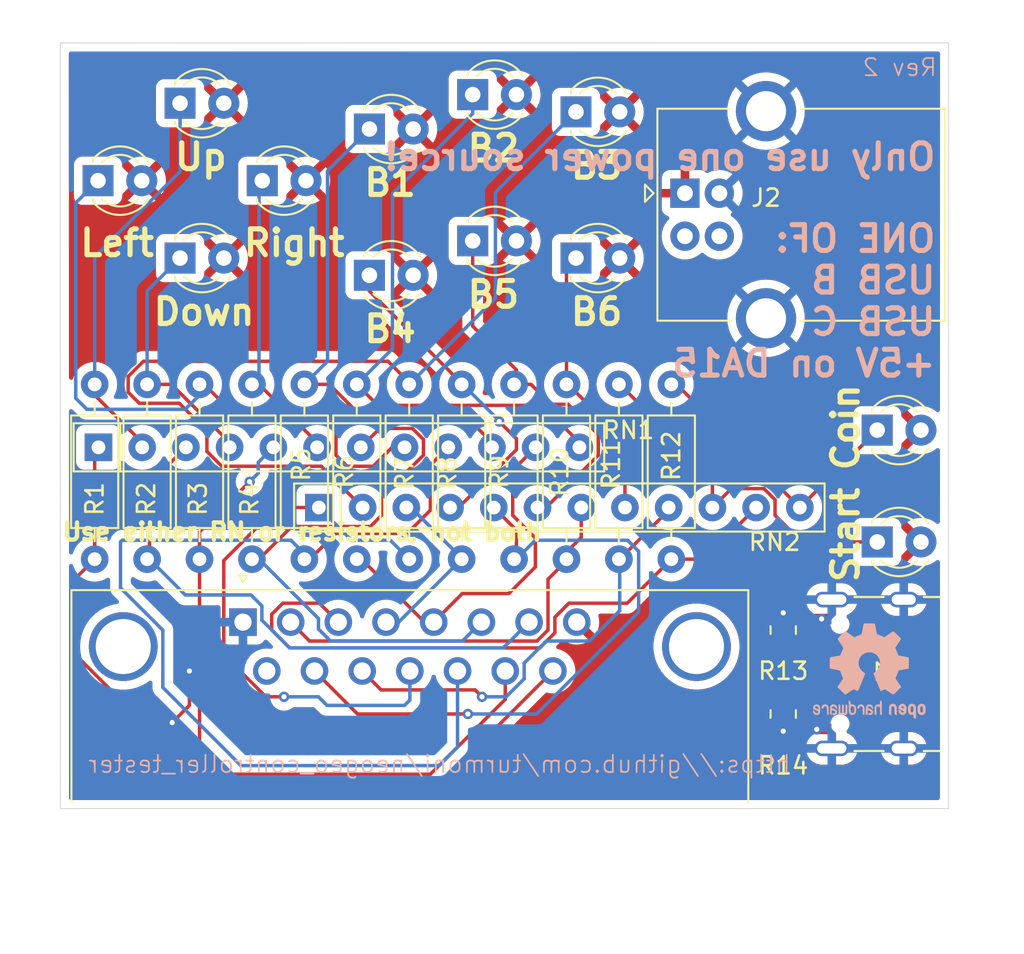
<source format=kicad_pcb>
(kicad_pcb (version 20240108) (generator "pcbnew") (generator_version "8.0")
  (layers (0 "F.Cu" signal) (31 "B.Cu" signal) (34 "B.Paste" user) (35 "F.Paste" user) (36 "B.SilkS" user "B.Silkscreen") (37 "F.SilkS" user "F.Silkscreen") (38 "B.Mask" user) (39 "F.Mask" user) (44 "Edge.Cuts" user))
  (net 0 "")
  (net 1 "VBUS")
  (net 2 "/Up LED")
  (net 3 "/Down LED")
  (net 4 "/Left LED")
  (net 5 "/Right LED")
  (net 6 "/Button 1 LED")
  (net 7 "/Button 2 LED")
  (net 8 "/Button 3 LED")
  (net 9 "/Button 4 LED")
  (net 10 "/Button 5 LED")
  (net 11 "/Button 6 LED")
  (net 12 "/Start LED")
  (net 13 "/Coin LED")
  (net 14 "/Coin")
  (net 15 "/Right")
  (net 16 "/Button 3")
  (net 17 "/Start")
  (net 18 "/Button 4")
  (net 19 "/Button 2")
  (net 20 "/Button 1")
  (net 21 "/Button 5")
  (net 22 "/Down")
  (net 23 "/Left")
  (net 24 "/Up")
  (net 25 "/Button 6")
  (net 26 "GND")
  (net 32 "Net-(J3-CC1)")
  (net 35 "Net-(J3-CC2)")
  (footprint "Resistor_THT:R_Axial_DIN0207_L6.3mm_D2.5mm_P10.16mm_Horizontal" (layer "F.Cu") (at 152.22727 100 90)
    (property "Reference" "R6" (at 5.08 -0.72727 90) (layer "F.SilkS"))
    (property "Value" "150R")
    (pad "1" thru_hole circle (at 0 0 90) (size 1.6 1.6) (drill 0.8) (layers "*.Cu" "*.Mask") (net 19 "/Button 2"))
    (pad "2" thru_hole oval (at 10.16 0 90) (size 1.6 1.6) (drill 0.8) (layers "*.Cu" "*.Mask") (net 7 "/Button 2 LED"))
  )
  (footprint "LED_THT:LED_D3.0mm" (layer "F.Cu") (at 146.735 78)
    (property "Reference" "D4")
    (property "Value" "LED")
    (pad "1" thru_hole rect (at 0 0) (size 1.8 1.8) (drill 0.9) (layers "*.Cu" "*.Mask") (net 5 "/Right LED"))
    (pad "2" thru_hole circle (at 2.54 0) (size 1.8 1.8) (drill 0.9) (layers "*.Cu" "*.Mask") (net 1 "VBUS"))
  )
  (footprint "LED_THT:LED_D3.0mm" (layer "F.Cu") (at 152.96 75)
    (property "Reference" "D5")
    (property "Value" "LED")
    (pad "1" thru_hole rect (at 0 0) (size 1.8 1.8) (drill 0.9) (layers "*.Cu" "*.Mask") (net 6 "/Button 1 LED"))
    (pad "2" thru_hole circle (at 2.54 0) (size 1.8 1.8) (drill 0.9) (layers "*.Cu" "*.Mask") (net 1 "VBUS"))
  )
  (footprint "Resistor_THT:R_Axial_DIN0207_L6.3mm_D2.5mm_P10.16mm_Horizontal" (layer "F.Cu") (at 161.363632 100 90)
    (property "Reference" "R9" (at 5.08 -0.863632 90) (layer "F.SilkS"))
    (property "Value" "150R")
    (pad "1" thru_hole circle (at 0 0 90) (size 1.6 1.6) (drill 0.8) (layers "*.Cu" "*.Mask") (net 21 "/Button 5"))
    (pad "2" thru_hole oval (at 10.16 0 90) (size 1.6 1.6) (drill 0.8) (layers "*.Cu" "*.Mask") (net 10 "/Button 5 LED"))
  )
  (footprint "Connector_Dsub:DSUB-15_Male_Horizontal_P2.77x2.84mm_EdgePinOffset7.70mm_Housed_MountingHolesOffset9.12mm" (layer "F.Cu") (at 145.615 103.66)
    (property "Reference" "J1" (hide yes))
    (property "Value" "DA15_Plug")
    (pad "0" thru_hole circle (at -6.955 1.42) (size 4 4) (drill 3.2) (layers "*.Cu" "*.Mask"))
    (pad "0" thru_hole circle (at 26.345 1.42) (size 4 4) (drill 3.2) (layers "*.Cu" "*.Mask"))
    (pad "1" thru_hole rect (at 0 0) (size 1.6 1.6) (drill 1) (layers "*.Cu" "*.Mask") (net 26 "GND"))
    (pad "2" thru_hole circle (at 2.77 0) (size 1.6 1.6) (drill 1) (layers "*.Cu" "*.Mask") (net 25 "/Button 6"))
    (pad "3" thru_hole circle (at 5.54 0) (size 1.6 1.6) (drill 1) (layers "*.Cu" "*.Mask") (net 14 "/Coin"))
    (pad "4" thru_hole circle (at 8.31 0) (size 1.6 1.6) (drill 1) (layers "*.Cu" "*.Mask") (net 18 "/Button 4"))
    (pad "5" thru_hole circle (at 11.08 0) (size 1.6 1.6) (drill 1) (layers "*.Cu" "*.Mask") (net 19 "/Button 2"))
    (pad "6" thru_hole circle (at 13.85 0) (size 1.6 1.6) (drill 1) (layers "*.Cu" "*.Mask") (net 15 "/Right"))
    (pad "7" thru_hole circle (at 16.62 0) (size 1.6 1.6) (drill 1) (layers "*.Cu" "*.Mask") (net 22 "/Down"))
    (pad "8" thru_hole circle (at 19.39 0) (size 1.6 1.6) (drill 1) (layers "*.Cu" "*.Mask") (net 1 "VBUS"))
    (pad "9" thru_hole circle (at 1.385 2.84) (size 1.6 1.6) (drill 1) (layers "*.Cu" "*.Mask"))
    (pad "10" thru_hole circle (at 4.155 2.84) (size 1.6 1.6) (drill 1) (layers "*.Cu" "*.Mask") (net 21 "/Button 5"))
    (pad "11" thru_hole circle (at 6.925 2.84) (size 1.6 1.6) (drill 1) (layers "*.Cu" "*.Mask") (net 17 "/Start"))
    (pad "12" thru_hole circle (at 9.695 2.84) (size 1.6 1.6) (drill 1) (layers "*.Cu" "*.Mask") (net 16 "/Button 3"))
    (pad "13" thru_hole circle (at 12.465 2.84) (size 1.6 1.6) (drill 1) (layers "*.Cu" "*.Mask") (net 20 "/Button 1"))
    (pad "14" thru_hole circle (at 15.235 2.84) (size 1.6 1.6) (drill 1) (layers "*.Cu" "*.Mask") (net 23 "/Left"))
    (pad "15" thru_hole circle (at 18.005 2.84) (size 1.6 1.6) (drill 1) (layers "*.Cu" "*.Mask") (net 24 "/Up"))
  )
  (footprint "LED_THT:LED_D3.0mm" (layer "F.Cu") (at 182.46 92.5)
    (property "Reference" "D12")
    (property "Value" "LED")
    (pad "1" thru_hole rect (at 0 0) (size 1.8 1.8) (drill 0.9) (layers "*.Cu" "*.Mask") (net 13 "/Coin LED"))
    (pad "2" thru_hole circle (at 2.54 0) (size 1.8 1.8) (drill 0.9) (layers "*.Cu" "*.Mask") (net 1 "VBUS"))
  )
  (footprint "Resistor_THT:R_Array_SIP12" (layer "F.Cu") (at 150.025 97)
    (property "Reference" "RN2" (at 26.475 2 0) (layer "F.SilkS"))
    (property "Value" "R_Pack06_SIP" (hide yes))
    (pad "1" thru_hole rect (at 0 0) (size 1.6 1.6) (drill 0.8) (layers "*.Cu" "*.Mask") (net 16 "/Button 3"))
    (pad "2" thru_hole oval (at 2.54 0) (size 1.6 1.6) (drill 0.8) (layers "*.Cu" "*.Mask") (net 8 "/Button 3 LED"))
    (pad "3" thru_hole oval (at 5.08 0) (size 1.6 1.6) (drill 0.8) (layers "*.Cu" "*.Mask") (net 18 "/Button 4"))
    (pad "4" thru_hole oval (at 7.62 0) (size 1.6 1.6) (drill 0.8) (layers "*.Cu" "*.Mask") (net 9 "/Button 4 LED"))
    (pad "5" thru_hole oval (at 10.16 0) (size 1.6 1.6) (drill 0.8) (layers "*.Cu" "*.Mask") (net 21 "/Button 5"))
    (pad "6" thru_hole oval (at 12.7 0) (size 1.6 1.6) (drill 0.8) (layers "*.Cu" "*.Mask") (net 10 "/Button 5 LED"))
    (pad "7" thru_hole oval (at 15.24 0) (size 1.6 1.6) (drill 0.8) (layers "*.Cu" "*.Mask") (net 25 "/Button 6"))
    (pad "8" thru_hole oval (at 17.78 0) (size 1.6 1.6) (drill 0.8) (layers "*.Cu" "*.Mask") (net 11 "/Button 6 LED"))
    (pad "9" thru_hole oval (at 20.32 0) (size 1.6 1.6) (drill 0.8) (layers "*.Cu" "*.Mask") (net 17 "/Start"))
    (pad "10" thru_hole oval (at 22.86 0) (size 1.6 1.6) (drill 0.8) (layers "*.Cu" "*.Mask") (net 12 "/Start LED"))
    (pad "11" thru_hole oval (at 25.4 0) (size 1.6 1.6) (drill 0.8) (layers "*.Cu" "*.Mask") (net 14 "/Coin"))
    (pad "12" thru_hole oval (at 27.94 0) (size 1.6 1.6) (drill 0.8) (layers "*.Cu" "*.Mask") (net 13 "/Coin LED"))
  )
  (footprint "Resistor_THT:R_Array_SIP12" (layer "F.Cu") (at 137.22 93.5)
    (property "Reference" "RN1" (at 30.78 -1 0) (layer "F.SilkS"))
    (property "Value" "R_Pack06_SIP")
    (pad "1" thru_hole rect (at 0 0) (size 1.6 1.6) (drill 0.8) (layers "*.Cu" "*.Mask") (net 24 "/Up"))
    (pad "2" thru_hole oval (at 2.54 0) (size 1.6 1.6) (drill 0.8) (layers "*.Cu" "*.Mask") (net 2 "/Up LED"))
    (pad "3" thru_hole oval (at 5.08 0) (size 1.6 1.6) (drill 0.8) (layers "*.Cu" "*.Mask") (net 22 "/Down"))
    (pad "4" thru_hole oval (at 7.62 0) (size 1.6 1.6) (drill 0.8) (layers "*.Cu" "*.Mask") (net 3 "/Down LED"))
    (pad "5" thru_hole oval (at 10.16 0) (size 1.6 1.6) (drill 0.8) (layers "*.Cu" "*.Mask") (net 23 "/Left"))
    (pad "6" thru_hole oval (at 12.7 0) (size 1.6 1.6) (drill 0.8) (layers "*.Cu" "*.Mask") (net 4 "/Left LED"))
    (pad "7" thru_hole oval (at 15.24 0) (size 1.6 1.6) (drill 0.8) (layers "*.Cu" "*.Mask") (net 15 "/Right"))
    (pad "8" thru_hole oval (at 17.78 0) (size 1.6 1.6) (drill 0.8) (layers "*.Cu" "*.Mask") (net 5 "/Right LED"))
    (pad "9" thru_hole oval (at 20.32 0) (size 1.6 1.6) (drill 0.8) (layers "*.Cu" "*.Mask") (net 20 "/Button 1"))
    (pad "10" thru_hole oval (at 22.86 0) (size 1.6 1.6) (drill 0.8) (layers "*.Cu" "*.Mask") (net 6 "/Button 1 LED"))
    (pad "11" thru_hole oval (at 25.4 0) (size 1.6 1.6) (drill 0.8) (layers "*.Cu" "*.Mask") (net 19 "/Button 2"))
    (pad "12" thru_hole oval (at 27.94 0) (size 1.6 1.6) (drill 0.8) (layers "*.Cu" "*.Mask") (net 7 "/Button 2 LED"))
  )
  (footprint "9pin2supergun:CUI_UJ20-C-H-C-4-SMT-TR" (layer "F.Cu") (at 182.99 106.675 90)
    (property "Reference" "J3" (at 0 0 90) (layer "F.SilkS"))
    (property "Value" "UJ20-C-H-C-4-SMT-TR")
    (pad "" np_thru_hole circle (at -2.89 -2.69 90) (size 0.6 0.6) (drill 0.6) (layers "*.Cu" "*.Mask"))
    (pad "" np_thru_hole circle (at 2.89 -2.69 90) (size 0.6 0.6) (drill 0.6) (layers "*.Cu" "*.Mask"))
    (pad "A1_B12" smd rect (at -3.2 -3.76 90) (size 0.6 1.14) (layers "F.Cu" "F.Paste") (net 26 "GND"))
    (pad "A4_B9" smd rect (at -2.4 -3.76 90) (size 0.6 1.14) (layers "F.Cu" "F.Paste") (net 1 "VBUS"))
    (pad "A5" smd rect (at -1.25 -3.76 90) (size 0.3 1.14) (layers "F.Cu" "F.Paste") (net 32 "Net-(J3-CC1)"))
    (pad "A6" smd rect (at -0.25 -3.76 90) (size 0.3 1.14) (layers "F.Cu" "F.Paste"))
    (pad "A7" smd rect (at 0.25 -3.76 90) (size 0.3 1.14) (layers "F.Cu" "F.Paste"))
    (pad "A8" smd rect (at 1.25 -3.76 90) (size 0.3 1.14) (layers "F.Cu" "F.Paste"))
    (pad "A9_B4" smd rect (at 2.4 -3.76 90) (size 0.6 1.14) (layers "F.Cu" "F.Paste") (net 1 "VBUS"))
    (pad "A12_B1" smd rect (at 3.2 -3.76 90) (size 0.6 1.14) (layers "F.Cu" "F.Paste") (net 26 "GND"))
    (pad "B5" smd rect (at 1.75 -3.76 90) (size 0.3 1.14) (layers "F.Cu" "F.Paste") (net 35 "Net-(J3-CC2)"))
    (pad "B6" smd rect (at 0.75 -3.76 90) (size 0.3 1.14) (layers "F.Cu" "F.Paste"))
    (pad "B7" smd rect (at -0.75 -3.76 90) (size 0.3 1.14) (layers "F.Cu" "F.Paste"))
    (pad "B8" smd rect (at -1.75 -3.76 90) (size 0.3 1.14) (layers "F.Cu" "F.Paste"))
    (pad "SH1" thru_hole oval (at -4.325 1.01 90) (size 0.9 1.7) (drill oval 0.6 1.4) (layers "*.Cu" "*.Mask") (net 26 "GND"))
    (pad "SH2" thru_hole oval (at 4.325 1.01 90) (size 0.9 1.7) (drill oval 0.6 1.4) (layers "*.Cu" "*.Mask") (net 26 "GND"))
    (pad "SH3" thru_hole oval (at -4.325 -3.17 90) (size 0.9 2) (drill oval 0.6 1.7) (layers "*.Cu" "*.Mask") (net 26 "GND"))
    (pad "SH4" thru_hole oval (at 4.325 -3.17 90) (size 0.9 2) (drill oval 0.6 1.7) (layers "*.Cu" "*.Mask") (net 26 "GND"))
  )
  (footprint "LED_THT:LED_D3.0mm" (layer "F.Cu") (at 158.96 73)
    (property "Reference" "D6")
    (property "Value" "LED")
    (pad "1" thru_hole rect (at 0 0) (size 1.8 1.8) (drill 0.9) (layers "*.Cu" "*.Mask") (net 7 "/Button 2 LED"))
    (pad "2" thru_hole circle (at 2.54 0) (size 1.8 1.8) (drill 0.9) (layers "*.Cu" "*.Mask") (net 1 "VBUS"))
  )
  (footprint "LED_THT:LED_D3.0mm" (layer "F.Cu") (at 164.96 82.5)
    (property "Reference" "D10")
    (property "Value" "LED")
    (pad "1" thru_hole rect (at 0 0) (size 1.8 1.8) (drill 0.9) (layers "*.Cu" "*.Mask") (net 11 "/Button 6 LED"))
    (pad "2" thru_hole circle (at 2.54 0) (size 1.8 1.8) (drill 0.9) (layers "*.Cu" "*.Mask") (net 1 "VBUS"))
  )
  (footprint "LED_THT:LED_D3.0mm" (layer "F.Cu") (at 152.96 83.5)
    (property "Reference" "D8")
    (property "Value" "LED")
    (pad "1" thru_hole rect (at 0 0) (size 1.8 1.8) (drill 0.9) (layers "*.Cu" "*.Mask") (net 9 "/Button 4 LED"))
    (pad "2" thru_hole circle (at 2.54 0) (size 1.8 1.8) (drill 0.9) (layers "*.Cu" "*.Mask") (net 1 "VBUS"))
  )
  (footprint "Resistor_THT:R_Axial_DIN0207_L6.3mm_D2.5mm_P10.16mm_Horizontal" (layer "F.Cu") (at 146.136362 100 90)
    (property "Reference" "R4" (at 3.5 -0.136362 90) (layer "F.SilkS"))
    (property "Value" "150R")
    (pad "1" thru_hole circle (at 0 0 90) (size 1.6 1.6) (drill 0.8) (layers "*.Cu" "*.Mask") (net 15 "/Right"))
    (pad "2" thru_hole oval (at 10.16 0 90) (size 1.6 1.6) (drill 0.8) (layers "*.Cu" "*.Mask") (net 5 "/Right LED"))
  )
  (footprint "Resistor_THT:R_Axial_DIN0207_L6.3mm_D2.5mm_P10.16mm_Horizontal" (layer "F.Cu") (at 164.409086 100 90)
    (property "Reference" "R10" (at 5.08 -0.409086 90) (layer "F.SilkS"))
    (property "Value" "150R")
    (pad "1" thru_hole circle (at 0 0 90) (size 1.6 1.6) (drill 0.8) (layers "*.Cu" "*.Mask") (net 25 "/Button 6"))
    (pad "2" thru_hole oval (at 10.16 0 90) (size 1.6 1.6) (drill 0.8) (layers "*.Cu" "*.Mask") (net 11 "/Button 6 LED"))
  )
  (footprint "LED_THT:LED_D3.0mm" (layer "F.Cu") (at 141.96 73.5)
    (property "Reference" "D1")
    (property "Value" "LED")
    (pad "1" thru_hole rect (at 0 0) (size 1.8 1.8) (drill 0.9) (layers "*.Cu" "*.Mask") (net 2 "/Up LED"))
    (pad "2" thru_hole circle (at 2.54 0) (size 1.8 1.8) (drill 0.9) (layers "*.Cu" "*.Mask") (net 1 "VBUS"))
  )
  (footprint "Resistor_THT:R_Axial_DIN0207_L6.3mm_D2.5mm_P10.16mm_Horizontal" (layer "F.Cu") (at 167.45454 100 90)
    (property "Reference" "R11" (at 5.5 -0.45454 90) (layer "F.SilkS"))
    (property "Value" "150R")
    (pad "1" thru_hole circle (at 0 0 90) (size 1.6 1.6) (drill 0.8) (layers "*.Cu" "*.Mask") (net 17 "/Start"))
    (pad "2" thru_hole oval (at 10.16 0 90) (size 1.6 1.6) (drill 0.8) (layers "*.Cu" "*.Mask") (net 12 "/Start LED"))
  )
  (footprint "Resistor_THT:R_Axial_DIN0207_L6.3mm_D2.5mm_P10.16mm_Horizontal" (layer "F.Cu") (at 170.499994 100 90)
    (property "Reference" "R12" (at 6 0.000006 90) (layer "F.SilkS"))
    (property "Value" "150R")
    (pad "1" thru_hole circle (at 0 0 90) (size 1.6 1.6) (drill 0.8) (layers "*.Cu" "*.Mask") (net 14 "/Coin"))
    (pad "2" thru_hole oval (at 10.16 0 90) (size 1.6 1.6) (drill 0.8) (layers "*.Cu" "*.Mask") (net 13 "/Coin LED"))
  )
  (footprint "Resistor_SMD:R_0805_2012Metric_Pad1.20x1.40mm_HandSolder" (layer "F.Cu") (at 177 109 -90)
    (property "Reference" "R14" (at 3 0 180) (layer "F.SilkS"))
    (property "Value" "5.1k")
    (pad "1" smd roundrect (at -1 0 270) (size 1.2 1.4) (layers "F.Cu" "F.Paste" "F.Mask") (roundrect_rratio 0.208333) (net 32 "Net-(J3-CC1)"))
    (pad "2" smd roundrect (at 1 0 270) (size 1.2 1.4) (layers "F.Cu" "F.Paste" "F.Mask") (roundrect_rratio 0.208333) (net 26 "GND"))
  )
  (footprint "LED_THT:LED_D3.0mm" (layer "F.Cu") (at 182.46 99)
    (property "Reference" "D11")
    (property "Value" "LED")
    (pad "1" thru_hole rect (at 0 0) (size 1.8 1.8) (drill 0.9) (layers "*.Cu" "*.Mask") (net 12 "/Start LED"))
    (pad "2" thru_hole circle (at 2.54 0) (size 1.8 1.8) (drill 0.9) (layers "*.Cu" "*.Mask") (net 1 "VBUS"))
  )
  (footprint "Resistor_THT:R_Axial_DIN0207_L6.3mm_D2.5mm_P10.16mm_Horizontal" (layer "F.Cu") (at 149.181816 100 90)
    (property "Reference" "R5" (at 5.5 -0.181816 90) (layer "F.SilkS"))
    (property "Value" "150R")
    (pad "1" thru_hole circle (at 0 0 90) (size 1.6 1.6) (drill 0.8) (layers "*.Cu" "*.Mask") (net 20 "/Button 1"))
    (pad "2" thru_hole oval (at 10.16 0 90) (size 1.6 1.6) (drill 0.8) (layers "*.Cu" "*.Mask") (net 6 "/Button 1 LED"))
  )
  (footprint "Resistor_SMD:R_0805_2012Metric_Pad1.20x1.40mm_HandSolder" (layer "F.Cu") (at 177 104.12 -90)
    (property "Reference" "R13" (at 2.38 0 180) (layer "F.SilkS"))
    (property "Value" "5.1k")
    (pad "1" smd roundrect (at -1 0 270) (size 1.2 1.4) (layers "F.Cu" "F.Paste" "F.Mask") (roundrect_rratio 0.208333) (net 26 "GND"))
    (pad "2" smd roundrect (at 1 0 270) (size 1.2 1.4) (layers "F.Cu" "F.Paste" "F.Mask") (roundrect_rratio 0.208333) (net 35 "Net-(J3-CC2)"))
  )
  (footprint "LED_THT:LED_D3.0mm" (layer "F.Cu") (at 141.96 82.5)
    (property "Reference" "D2")
    (property "Value" "LED")
    (pad "1" thru_hole rect (at 0 0) (size 1.8 1.8) (drill 0.9) (layers "*.Cu" "*.Mask") (net 3 "/Down LED"))
    (pad "2" thru_hole circle (at 2.54 0) (size 1.8 1.8) (drill 0.9) (layers "*.Cu" "*.Mask") (net 1 "VBUS"))
  )
  (footprint "Resistor_THT:R_Axial_DIN0207_L6.3mm_D2.5mm_P10.16mm_Horizontal" (layer "F.Cu") (at 140.045454 100 90)
    (property "Reference" "R2" (at 3.5 -0.045454 90) (layer "F.SilkS"))
    (property "Value" "150R")
    (pad "1" thru_hole circle (at 0 0 90) (size 1.6 1.6) (drill 0.8) (layers "*.Cu" "*.Mask") (net 22 "/Down"))
    (pad "2" thru_hole oval (at 10.16 0 90) (size 1.6 1.6) (drill 0.8) (layers "*.Cu" "*.Mask") (net 3 "/Down LED"))
  )
  (footprint "Resistor_THT:R_Axial_DIN0207_L6.3mm_D2.5mm_P10.16mm_Horizontal" (layer "F.Cu") (at 143.090908 100 90)
    (property "Reference" "R3" (at 3.5 -0.090908 90) (layer "F.SilkS"))
    (property "Value" "150R")
    (pad "1" thru_hole circle (at 0 0 90) (size 1.6 1.6) (drill 0.8) (layers "*.Cu" "*.Mask") (net 23 "/Left"))
    (pad "2" thru_hole oval (at 10.16 0 90) (size 1.6 1.6) (drill 0.8) (layers "*.Cu" "*.Mask") (net 4 "/Left LED"))
  )
  (footprint "Resistor_THT:R_Axial_DIN0207_L6.3mm_D2.5mm_P10.16mm_Horizontal" (layer "F.Cu") (at 155.272724 100 90)
    (property "Reference" "R7" (at 5 -0.272724 90) (layer "F.SilkS"))
    (property "Value" "150R")
    (pad "1" thru_hole circle (at 0 0 90) (size 1.6 1.6) (drill 0.8) (layers "*.Cu" "*.Mask") (net 16 "/Button 3"))
    (pad "2" thru_hole oval (at 10.16 0 90) (size 1.6 1.6) (drill 0.8) (layers "*.Cu" "*.Mask") (net 8 "/Button 3 LED"))
  )
  (footprint "LED_THT:LED_D3.0mm" (layer "F.Cu") (at 164.96 74)
    (property "Reference" "D7")
    (property "Value" "LED")
    (pad "1" thru_hole rect (at 0 0) (size 1.8 1.8) (drill 0.9) (layers "*.Cu" "*.Mask") (net 8 "/Button 3 LED"))
    (pad "2" thru_hole circle (at 2.54 0) (size 1.8 1.8) (drill 0.9) (layers "*.Cu" "*.Mask") (net 1 "VBUS"))
  )
  (footprint "Connector_USB:USB_B_OST_USB-B1HSxx_Horizontal" (layer "F.Cu") (at 171.29 78.73)
    (property "Reference" "J2" (at 4.71 0.27 0) (layer "F.SilkS"))
    (property "Value" "USB_B")
    (pad "1" thru_hole rect (at 0 0) (size 1.7 1.7) (drill 0.92) (layers "*.Cu" "*.Mask") (net 1 "VBUS"))
    (pad "2" thru_hole circle (at 0 2.5) (size 1.7 1.7) (drill 0.92) (layers "*.Cu" "*.Mask"))
    (pad "3" thru_hole circle (at 2 2.5) (size 1.7 1.7) (drill 0.92) (layers "*.Cu" "*.Mask"))
    (pad "4" thru_hole circle (at 2 0) (size 1.7 1.7) (drill 0.92) (layers "*.Cu" "*.Mask") (net 26 "GND"))
    (pad "5" thru_hole circle (at 4.71 -4.77) (size 3.5 3.5) (drill 2.33) (layers "*.Cu" "*.Mask") (net 26 "GND"))
    (pad "5" thru_hole circle (at 4.71 7.27) (size 3.5 3.5) (drill 2.33) (layers "*.Cu" "*.Mask") (net 26 "GND"))
  )
  (footprint "Resistor_THT:R_Axial_DIN0207_L6.3mm_D2.5mm_P10.16mm_Horizontal" (layer "F.Cu") (at 137 100 90)
    (property "Reference" "R1" (at 3.5 0 90) (layer "F.SilkS"))
    (property "Value" "150R")
    (pad "1" thru_hole circle (at 0 0 90) (size 1.6 1.6) (drill 0.8) (layers "*.Cu" "*.Mask") (net 24 "/Up"))
    (pad "2" thru_hole oval (at 10.16 0 90) (size 1.6 1.6) (drill 0.8) (layers "*.Cu" "*.Mask") (net 2 "/Up LED"))
  )
  (footprint "LED_THT:LED_D3.0mm" (layer "F.Cu") (at 137.195 78)
    (property "Reference" "D3")
    (property "Value" "LED")
    (pad "1" thru_hole rect (at 0 0) (size 1.8 1.8) (drill 0.9) (layers "*.Cu" "*.Mask") (net 4 "/Left LED"))
    (pad "2" thru_hole circle (at 2.54 0) (size 1.8 1.8) (drill 0.9) (layers "*.Cu" "*.Mask") (net 1 "VBUS"))
  )
  (footprint "Resistor_THT:R_Axial_DIN0207_L6.3mm_D2.5mm_P10.16mm_Horizontal" (layer "F.Cu") (at 158.318178 100 90)
    (property "Reference" "R8" (at 5 -0.818178 90) (layer "F.SilkS"))
    (property "Value" "150R")
    (pad "1" thru_hole circle (at 0 0 90) (size 1.6 1.6) (drill 0.8) (layers "*.Cu" "*.Mask") (net 18 "/Button 4"))
    (pad "2" thru_hole oval (at 10.16 0 90) (size 1.6 1.6) (drill 0.8) (layers "*.Cu" "*.Mask") (net 9 "/Button 4 LED"))
  )
  (footprint "LED_THT:LED_D3.0mm" (layer "F.Cu") (at 158.96 81.5)
    (property "Reference" "D9")
    (property "Value" "LED")
    (pad "1" thru_hole rect (at 0 0) (size 1.8 1.8) (drill 0.9) (layers "*.Cu" "*.Mask") (net 10 "/Button 5 LED"))
    (pad "2" thru_hole circle (at 2.54 0) (size 1.8 1.8) (drill 0.9) (layers "*.Cu" "*.Mask") (net 1 "VBUS"))
  )
  (footprint "Symbol:OSHW-Logo2_7.3x6mm_SilkScreen" (layer "B.Cu") (at 182 106.5 180)
    (property "Reference" "REF**" (hide yes))
    (property "Value" "OSHW-Logo2_7.3x6mm_SilkScreen" (hide yes))
  )
  (gr_line (start 135 70) (end 135.01 114.5) (stroke (width 0.05)) (layer "Edge.Cuts"))
  (gr_line (start 186.6 101.88) (end 186.61 69.99) (stroke (width 0.05)) (layer "Edge.Cuts"))
  (gr_line (start 186.6 111.12) (end 186.6 114.5) (stroke (width 0.05)) (layer "Edge.Cuts"))
  (gr_line (start 135.01 114.5) (end 186.6 114.5) (stroke (width 0.05)) (layer "Edge.Cuts"))
  (gr_line (start 186.6 101.88) (end 186.6 111.12) (stroke (width 0.05)) (layer "Edge.Cuts"))
  (gr_line (start 186.61 69.99) (end 135 70) (stroke (width 0.05)) (layer "Edge.Cuts"))
  (gr_text "ONE OF:\nUSB B\nUSB C\n+5V on DA15" (at 186 89.5 0) (layer "B.SilkS") (effects (font (size 1.5 1.5) (thickness 0.3) (bold yes)) (justify left bottom mirror)))
  (gr_text "Rev 2" (at 186 72 0) (layer "B.SilkS") (effects (font (size 1 1) (thickness 0.1)) (justify left bottom mirror)))
  (gr_text "Only use one power source!" (at 186 77.5 0) (layer "B.SilkS") (effects (font (size 1.5 1.5) (thickness 0.3) (bold yes)) (justify left bottom mirror)))
  (gr_text "https://github.com/turmoni/neogeo_controller_tester" (at 177.5 112.5 0) (layer "B.SilkS") (effects (font (size 1 1) (thickness 0.1)) (justify left bottom mirror)))
  (gr_text "Start" (at 181.5 101.5 90) (layer "F.SilkS") (effects (font (size 1.5 1.5) (thickness 0.3) (bold yes)) (justify left bottom)))
  (gr_text "B3" (at 164.5 78 0) (layer "F.SilkS") (effects (font (size 1.5 1.5) (thickness 0.3) (bold yes)) (justify left bottom)))
  (gr_text "B5" (at 158.5 85.5 0) (layer "F.SilkS") (effects (font (size 1.5 1.5) (thickness 0.3) (bold yes)) (justify left bottom)))
  (gr_text "Right" (at 145.5 82.5 0) (layer "F.SilkS") (effects (font (size 1.5 1.5) (thickness 0.3) (bold yes)) (justify left bottom)))
  (gr_text "Up" (at 141.505 77.5 0) (layer "F.SilkS") (effects (font (size 1.5 1.5) (thickness 0.3) (bold yes)) (justify left bottom)))
  (gr_text "Left" (at 136 82.5 0) (layer "F.SilkS") (effects (font (size 1.5 1.5) (thickness 0.3) (bold yes)) (justify left bottom)))
  (gr_text "Down" (at 140.265 86.5 0) (layer "F.SilkS") (effects (font (size 1.5 1.5) (thickness 0.3) (bold yes)) (justify left bottom)))
  (gr_text "B4" (at 152.5 87.5 0) (layer "F.SilkS") (effects (font (size 1.5 1.5) (thickness 0.3) (bold yes)) (justify left bottom)))
  (gr_text "Use either RN or resistors, not both" (at 135 99 0) (layer "F.SilkS") (effects (font (size 1 1) (thickness 0.25) (bold yes)) (justify left bottom)))
  (gr_text "B2" (at 158.5 77 0) (layer "F.SilkS") (effects (font (size 1.5 1.5) (thickness 0.3) (bold yes)) (justify left bottom)))
  (gr_text "Coin" (at 181.5 95 90) (layer "F.SilkS") (effects (font (size 1.5 1.5) (thickness 0.3) (bold yes)) (justify left bottom)))
  (gr_text "B1" (at 152.5 79 0) (layer "F.SilkS") (effects (font (size 1.5 1.5) (thickness 0.3) (bold yes)) (justify left bottom)))
  (gr_text "B6" (at 164.5 86.5 0) (layer "F.SilkS") (effects (font (size 1.5 1.5) (thickness 0.3) (bold yes)) (justify left bottom)))
  (segment (start 179.23 109.075) (end 179.43 108.875) (width 0.2) (layer "F.Cu") (net 1))
  (segment (start 180.625 108.875) (end 181 108.5) (width 0.2) (layer "F.Cu") (net 1))
  (segment (start 179.775 104.275) (end 180 104.5) (width 0.2) (layer "F.Cu") (net 1))
  (segment (start 181 108.5) (end 182.5 108.5) (width 0.2) (layer "F.Cu") (net 1))
  (segment (start 179.43 108.875) (end 180.625 108.875) (width 0.2) (layer "F.Cu") (net 1))
  (segment (start 179.23 104.275) (end 179.775 104.275) (width 0.2) (layer "F.Cu") (net 1))
  (segment (start 180 104.5) (end 182.5 104.5) (width 0.2) (layer "F.Cu") (net 1))
  (segment (start 139.54 93) (end 137 90.46) (width 0.2) (layer "F.Cu") (net 2))
  (segment (start 137 90.46) (end 137 89.84) (width 0.2) (layer "F.Cu") (net 2))
  (segment (start 141.96 77.472057) (end 141.96 73.5) (width 0.2) (layer "B.Cu") (net 2))
  (segment (start 137 90.19) (end 137 82.432057) (width 0.2) (layer "B.Cu") (net 2))
  (segment (start 137 82.432057) (end 141.96 77.472057) (width 0.2) (layer "B.Cu") (net 2))
  (segment (start 144.62 93) (end 141.46 89.84) (width 0.2) (layer "F.Cu") (net 3))
  (segment (start 141.46 89.84) (end 140.181817 89.84) (width 0.2) (layer "F.Cu") (net 3))
  (segment (start 140.045454 84.414546) (end 141.96 82.5) (width 0.2) (layer "B.Cu") (net 3))
  (segment (start 140.181817 90.19) (end 140.045454 90.053637) (width 0.2) (layer "B.Cu") (net 3))
  (segment (start 140.045454 90.053637) (end 140.045454 84.414546) (width 0.2) (layer "B.Cu") (net 3))
  (segment (start 145.423634 91.9) (end 143.363634 89.84) (width 0.2) (layer "F.Cu") (net 4))
  (segment (start 148.6 91.9) (end 145.423634 91.9) (width 0.2) (layer "F.Cu") (net 4))
  (segment (start 149.7 93) (end 148.6 91.9) (width 0.2) (layer "F.Cu") (net 4))
  (segment (start 135.9 90.645635) (end 135.9 79.295) (width 0.2) (layer "B.Cu") (net 4))
  (segment (start 135.9 79.295) (end 137.195 78) (width 0.2) (layer "B.Cu") (net 4))
  (segment (start 143.363634 90.19) (end 142.263634 91.29) (width 0.2) (layer "B.Cu") (net 4))
  (segment (start 142.263634 91.29) (end 136.544365 91.29) (width 0.2) (layer "B.Cu") (net 4))
  (segment (start 136.544365 91.29) (end 135.9 90.645635) (width 0.2) (layer "B.Cu") (net 4))
  (segment (start 150 91.5) (end 148.205451 91.5) (width 0.2) (layer "F.Cu") (net 5))
  (segment (start 151.664365 94.6) (end 151.02 93.955635) (width 0.2) (layer "F.Cu") (net 5))
  (segment (start 153.18 94.6) (end 151.664365 94.6) (width 0.2) (layer "F.Cu") (net 5))
  (segment (start 154.78 93) (end 153.18 94.6) (width 0.2) (layer "F.Cu") (net 5))
  (segment (start 151.02 92.52) (end 150 91.5) (width 0.2) (layer "F.Cu") (net 5))
  (segment (start 148.205451 91.5) (end 146.545451 89.84) (width 0.2) (layer "F.Cu") (net 5))
  (segment (start 151.02 93.955635) (end 151.02 92.52) (width 0.2) (layer "F.Cu") (net 5))
  (segment (start 146.545451 78.189549) (end 146.735 78) (width 0.2) (layer "B.Cu") (net 5))
  (segment (start 146.545451 90.19) (end 146.545451 78.189549) (width 0.2) (layer "B.Cu") (net 5))
  (segment (start 158.76 91.9) (end 152.69137 91.9) (width 0.2) (layer "F.Cu") (net 6))
  (segment (start 152.69137 91.9) (end 150.63137 89.84) (width 0.2) (layer "F.Cu") (net 6))
  (segment (start 150.63137 89.84) (end 149.5 89.84) (width 0.2) (layer "F.Cu") (net 6))
  (segment (start 159.86 93) (end 158.76 91.9) (width 0.2) (layer "F.Cu") (net 6))
  (segment (start 149.727268 90.19) (end 149.727268 89.294548) (width 0.2) (layer "B.Cu") (net 6))
  (segment (start 150.527267 77.432733) (end 152.96 75) (width 0.2) (layer "B.Cu") (net 6))
  (segment (start 150.527267 88.494549) (end 150.527267 77.432733) (width 0.2) (layer "B.Cu") (net 6))
  (segment (start 149.727268 89.294548) (end 150.527267 88.494549) (width 0.2) (layer "B.Cu") (net 6))
  (segment (start 163 91.06) (end 153.44727 91.06) (width 0.2) (layer "F.Cu") (net 7))
  (segment (start 164.94 93) (end 163 91.06) (width 0.2) (layer "F.Cu") (net 7))
  (segment (start 152.5 90.11273) (end 152.5 89.84) (width 0.2) (layer "F.Cu") (net 7))
  (segment (start 153.44727 91.06) (end 152.5 90.11273) (width 0.2) (layer "F.Cu") (net 7))
  (segment (start 154.3 78.76) (end 158.96 74.1) (width 0.2) (layer "B.Cu") (net 7))
  (segment (start 154.3 87.76727) (end 154.3 78.76) (width 0.2) (layer "B.Cu") (net 7))
  (segment (start 152.22727 89.84) (end 154.3 87.76727) (width 0.2) (layer "B.Cu") (net 7))
  (segment (start 158.96 74.1) (end 158.96 73) (width 0.2) (layer "B.Cu") (net 7))
  (segment (start 138.945454 89.384365) (end 139.829819 88.5) (width 0.2) (layer "F.Cu") (net 8))
  (segment (start 154.04 88.5) (end 155.5 89.96) (width 0.2) (layer "F.Cu") (net 8))
  (segment (start 139.589819 90.94) (end 138.945454 90.295635) (width 0.2) (layer "F.Cu") (net 8))
  (segment (start 138.945454 90.295635) (end 138.945454 89.384365) (width 0.2) (layer "F.Cu") (net 8))
  (segment (start 144.384365 94.6) (end 143.52 93.735635) (width 0.2) (layer "F.Cu") (net 8))
  (segment (start 143.52 93.735635) (end 143.52 92.544365) (width 0.2) (layer "F.Cu") (net 8))
  (segment (start 139.829819 88.5) (end 154.04 88.5) (width 0.2) (layer "F.Cu") (net 8))
  (segment (start 152.565 97) (end 150.165 94.6) (width 0.2) (layer "F.Cu") (net 8))
  (segment (start 143.52 92.544365) (end 141.915635 90.94) (width 0.2) (layer "F.Cu") (net 8))
  (segment (start 141.915635 90.94) (end 139.589819 90.94) (width 0.2) (layer "F.Cu") (net 8))
  (segment (start 150.165 94.6) (end 144.384365 94.6) (width 0.2) (layer "F.Cu") (net 8))
  (segment (start 160.28 78.68) (end 164.96 74) (width 0.2) (layer "B.Cu") (net 8))
  (segment (start 155.506813 89.605911) (end 160.28 84.832724) (width 0.2) (layer "B.Cu") (net 8))
  (segment (start 160.28 84.832724) (end 160.28 78.68) (width 0.2) (layer "B.Cu") (net 8))
  (segment (start 161.5 93) (end 160.5 92) (width 0.2) (layer "F.Cu") (net 9))
  (segment (start 158.135635 97) (end 161.5 93.635635) (width 0.2) (layer "F.Cu") (net 9))
  (segment (start 158.5 89.96) (end 152.96 84.42) (width 0.2) (layer "F.Cu") (net 9))
  (segment (start 161.5 93.635635) (end 161.5 93) (width 0.2) (layer "F.Cu") (net 9))
  (segment (start 152.96 84.42) (end 152.96 83.5) (width 0.2) (layer "F.Cu") (net 9))
  (segment (start 157.645 97) (end 158.135635 97) (width 0.2) (layer "F.Cu") (net 9))
  (via (at 160.5 92) (size 0.6) (drill 0.3) (layers "F.Cu" "B.Cu") (net 9))
  (segment (start 160.5 91.96) (end 158.5 89.96) (width 0.2) (layer "B.Cu") (net 9))
  (segment (start 160.5 92) (end 160.5 91.96) (width 0.2) (layer "B.Cu") (net 9))
  (segment (start 161.5 89) (end 158.96 86.46) (width 0.2) (layer "F.Cu") (net 10))
  (segment (start 162.345686 89.84) (end 161.5 89.84) (width 0.2) (layer "F.Cu") (net 10))
  (segment (start 163.215635 97) (end 166.26 93.955635) (width 0.2) (layer "F.Cu") (net 10))
  (segment (start 164.497157 90.997157) (end 163.502843 90.997157) (width 0.2) (layer "F.Cu") (net 10))
  (segment (start 162.725 97) (end 163.215635 97) (width 0.2) (layer "F.Cu") (net 10))
  (segment (start 166.26 93.955635) (end 166.26 92.76) (width 0.2) (layer "F.Cu") (net 10))
  (segment (start 158.96 86.46) (end 158.96 81.5) (width 0.2) (layer "F.Cu") (net 10))
  (segment (start 163.502843 90.997157) (end 162.345686 89.84) (width 0.2) (layer "F.Cu") (net 10))
  (segment (start 161.5 89.84) (end 161.5 89) (width 0.2) (layer "F.Cu") (net 10))
  (segment (start 166.26 92.76) (end 164.497157 90.997157) (width 0.2) (layer "F.Cu") (net 10))
  (segment (start 164.96 82.5) (end 164.409086 83.050914) (width 0.2) (layer "F.Cu") (net 11))
  (segment (start 164.409086 89.749086) (end 167.805 93.145) (width 0.2) (layer "F.Cu") (net 11))
  (segment (start 164.409086 83.050914) (end 164.409086 89.749086) (width 0.2) (layer "F.Cu") (net 11))
  (segment (start 167.805 93.145) (end 167.805 97) (width 0.2) (layer "F.Cu") (net 11))
  (segment (start 178.069365 99) (end 176.525 97.455635) (width 0.2) (layer "F.Cu") (net 12))
  (segment (start 182.46 99) (end 178.069365 99) (width 0.2) (layer "F.Cu") (net 12))
  (segment (start 172.885 95.225) (end 167.5 89.84) (width 0.2) (layer "F.Cu") (net 12))
  (segment (start 172.885 97) (end 172.885 95.225) (width 0.2) (layer "F.Cu") (net 12))
  (segment (start 175.880635 95.9) (end 173.985 95.9) (width 0.2) (layer "F.Cu") (net 12))
  (segment (start 176.525 97.455635) (end 176.525 96.544365) (width 0.2) (layer "F.Cu") (net 12))
  (segment (start 176.525 96.544365) (end 175.880635 95.9) (width 0.2) (layer "F.Cu") (net 12))
  (segment (start 173.985 95.9) (end 172.885 97) (width 0.2) (layer "F.Cu") (net 12))
  (segment (start 182.46 92.505) (end 177.965 97) (width 0.2) (layer "F.Cu") (net 13))
  (segment (start 177.965 97) (end 170.805 89.84) (width 0.2) (layer "F.Cu") (net 13))
  (segment (start 182.46 92.5) (end 182.46 92.505) (width 0.2) (layer "F.Cu") (net 13))
  (segment (start 170.805 89.84) (end 170.5 89.84) (width 0.2) (layer "F.Cu") (net 13))
  (segment (start 151.155 103.66) (end 150.055 102.56) (width 0.2) (layer "F.Cu") (net 14))
  (segment (start 163.735 103.374365) (end 164.549365 102.56) (width 0.2) (layer "F.Cu") (net 14))
  (segment (start 162.856321 105.16) (end 163.735 104.281321) (width 0.2) (layer "F.Cu") (net 14))
  (segment (start 163.735 104.281321) (end 163.735 103.374365) (width 0.2) (layer "F.Cu") (net 14))
  (segment (start 172.425 100) (end 175.425 97) (width 0.2) (layer "F.Cu") (net 14))
  (segment (start 147.929365 102.56) (end 147.285 103.204365) (width 0.2) (layer "F.Cu") (net 14))
  (segment (start 150.055 102.56) (end 147.929365 102.56) (width 0.2) (layer "F.Cu") (net 14))
  (segment (start 164.549365 102.56) (end 167.94 102.56) (width 0.2) (layer "F.Cu") (net 14))
  (segment (start 167.94 102.56) (end 170.5 100) (width 0.2) (layer "F.Cu") (net 14))
  (segment (start 148.329365 105.16) (end 162.856321 105.16) (width 0.2) (layer "F.Cu") (net 14))
  (segment (start 147.285 104.115635) (end 148.329365 105.16) (width 0.2) (layer "F.Cu") (net 14))
  (segment (start 147.285 103.204365) (end 147.285 104.115635) (width 0.2) (layer "F.Cu") (net 14))
  (segment (start 170.5 100) (end 172.425 100) (width 0.2) (layer "F.Cu") (net 14))
  (segment (start 155.455635 92.4) (end 153.56 92.4) (width 0.2) (layer "F.Cu") (net 15))
  (segment (start 156.1 93.044365) (end 155.455635 92.4) (width 0.2) (layer "F.Cu") (net 15))
  (segment (start 153.020635 98.1) (end 153.665 97.455635) (width 0.2) (layer "F.Cu") (net 15))
  (segment (start 148.445451 98.1) (end 153.020635 98.1) (width 0.2) (layer "F.Cu") (net 15))
  (segment (start 156.1 93.955635) (end 156.1 93.044365) (width 0.2) (layer "F.Cu") (net 15))
  (segment (start 153.56 92.4) (end 152.46 93.5) (width 0.2) (layer "F.Cu") (net 15))
  (segment (start 153.665 97.455635) (end 153.665 96.390635) (width 0.2) (layer "F.Cu") (net 15))
  (segment (start 146.545451 100) (end 148.445451 98.1) (width 0.2) (layer "F.Cu") (net 15))
  (segment (start 153.665 96.390635) (end 156.1 93.955635) (width 0.2) (layer "F.Cu") (net 15))
  (segment (start 159.465 103.66) (end 158.365 104.76) (width 0.2) (layer "B.Cu") (net 15))
  (segment (start 158.365 104.76) (end 150.699365 104.76) (width 0.2) (layer "B.Cu") (net 15))
  (segment (start 150.699365 104.76) (end 150 104.060635) (width 0.2) (layer "B.Cu") (net 15))
  (segment (start 150 103.454549) (end 146.545451 100) (width 0.2) (layer "B.Cu") (net 15))
  (segment (start 150 104.060635) (end 150 103.454549) (width 0.2) (layer "B.Cu") (net 15))
  (segment (start 144.5 100.080727) (end 147.580727 97) (width 0.2) (layer "F.Cu") (net 16))
  (segment (start 147.580727 97) (end 150.025 97) (width 0.2) (layer "F.Cu") (net 16))
  (segment (start 144.5 105.555635) (end 144.5 100.080727) (width 0.2) (layer "F.Cu") (net 16))
  (segment (start 148 108) (end 146.944365 108) (width 0.2) (layer "F.Cu") (net 16))
  (segment (start 146.944365 108) (end 144.5 105.555635) (width 0.2) (layer "F.Cu") (net 16))
  (via (at 148 108) (size 0.6) (drill 0.3) (layers "F.Cu" "B.Cu") (net 16))
  (segment (start 150.5 108.5) (end 155 108.5) (width 0.2) (layer "B.Cu") (net 16))
  (segment (start 155 108.5) (end 155.31 108.19) (width 0.2) (layer "B.Cu") (net 16))
  (segment (start 150 108) (end 150.5 108.5) (width 0.2) (layer "B.Cu") (net 16))
  (segment (start 155.272724 100) (end 154.172724 98.9) (width 0.2) (layer "B.Cu") (net 16))
  (segment (start 154.172724 98.9) (end 151.925 98.9) (width 0.2) (layer "B.Cu") (net 16))
  (segment (start 148 108) (end 150 108) (width 0.2) (layer "B.Cu") (net 16))
  (segment (start 151.925 98.9) (end 150.025 97) (width 0.2) (layer "B.Cu") (net 16))
  (segment (start 155.31 108.19) (end 155.31 106.5) (width 0.2) (layer "B.Cu") (net 16))
  (segment (start 170.345 97.155) (end 170.345 97) (width 0.2) (layer "F.Cu") (net 17))
  (segment (start 152.54 106.5) (end 153.64 107.6) (width 0.2) (layer "F.Cu") (net 17))
  (segment (start 167.5 100) (end 170.345 97.155) (width 0.2) (layer "F.Cu") (net 17))
  (segment (start 159.1 107.6) (end 159.5 108) (width 0.2) (layer "F.Cu") (net 17))
  (segment (start 153.64 107.6) (end 159.1 107.6) (width 0.2) (layer "F.Cu") (net 17))
  (via (at 159.5 108) (size 0.6) (drill 0.3) (layers "F.Cu" "B.Cu") (net 17))
  (segment (start 160.905635 108) (end 161.95 106.955635) (width 0.2) (layer "B.Cu") (net 17))
  (segment (start 159.5 108) (end 160.905635 108) (width 0.2) (layer "B.Cu") (net 17))
  (segment (start 165.74 104.76) (end 167.5 103) (width 0.2) (layer "B.Cu") (net 17))
  (segment (start 167.5 103) (end 167.5 100) (width 0.2) (layer "B.Cu") (net 17))
  (segment (start 161.95 106.955635) (end 161.95 106.044365) (width 0.2) (layer "B.Cu") (net 17))
  (segment (start 163.234365 104.76) (end 165.74 104.76) (width 0.2) (layer "B.Cu") (net 17))
  (segment (start 161.95 106.044365) (end 163.234365 104.76) (width 0.2) (layer "B.Cu") (net 17))
  (segment (start 158.318178 100) (end 158.318178 99.938178) (width 0.2) (layer "B.Cu") (net 18))
  (segment (start 155.38 97) (end 155.105 97) (width 0.2) (layer "B.Cu") (net 18))
  (segment (start 153.925 103.66) (end 154.658178 103.66) (width 0.2) (layer "B.Cu") (net 18))
  (segment (start 154.658178 103.66) (end 158.318178 100) (width 0.2) (layer "B.Cu") (net 18))
  (segment (start 158.318178 99.938178) (end 155.38 97) (width 0.2) (layer "B.Cu") (net 18))
  (segment (start 156.16 103.66) (end 156.695 103.66) (width 0.2) (layer "F.Cu") (net 19))
  (segment (start 161.285 94.835) (end 161.285 97.455635) (width 0.2) (layer "F.Cu") (net 19))
  (segment (start 162.62 93.5) (end 161.285 94.835) (width 0.2) (layer "F.Cu") (net 19))
  (segment (start 162.6 100.455635) (end 161.055635 102) (width 0.2) (layer "F.Cu") (net 19))
  (segment (start 158.355 102) (end 156.695 103.66) (width 0.2) (layer "F.Cu") (net 19))
  (segment (start 152.5 100) (end 156.16 103.66) (width 0.2) (layer "F.Cu") (net 19))
  (segment (start 161.285 97.455635) (end 162.6 98.770635) (width 0.2) (layer "F.Cu") (net 19))
  (segment (start 162.6 98.770635) (end 162.6 100.455635) (width 0.2) (layer "F.Cu") (net 19))
  (segment (start 161.055635 102) (end 158.355 102) (width 0.2) (layer "F.Cu") (net 19))
  (segment (start 156.5 94.54) (end 157.54 93.5) (width 0.2) (layer "F.Cu") (net 20))
  (segment (start 156.5 97.160635) (end 156.5 94.54) (width 0.2) (layer "F.Cu") (net 20))
  (segment (start 155.160635 98.5) (end 156.5 97.160635) (width 0.2) (layer "F.Cu") (net 20))
  (segment (start 151 98.5) (end 155.160635 98.5) (width 0.2) (layer "F.Cu") (net 20))
  (segment (start 149.5 100) (end 151 98.5) (width 0.2) (layer "F.Cu") (net 20))
  (segment (start 138.6 98.9) (end 148.4 98.9) (width 0.2) (layer "B.Cu") (net 20))
  (segment (start 140.96 107.46) (end 140.96 104.127308) (width 0.2) (layer "B.Cu") (net 20))
  (segment (start 157 112) (end 145.5 112) (width 0.2) (layer "B.Cu") (net 20))
  (segment (start 148.4 98.9) (end 149.5 100) (width 0.2) (layer "B.Cu") (net 20))
  (segment (start 140.96 104.127308) (end 138.5 101.667308) (width 0.2) (layer "B.Cu") (net 20))
  (segment (start 138.5 101.667308) (end 138.5 99) (width 0.2) (layer "B.Cu") (net 20))
  (segment (start 138.5 99) (end 138.6 98.9) (width 0.2) (layer "B.Cu") (net 20))
  (segment (start 158.08 106.5) (end 158.08 110.92) (width 0.2) (layer "B.Cu") (net 20))
  (segment (start 145.5 112) (end 140.96 107.46) (width 0.2) (layer "B.Cu") (net 20))
  (segment (start 158.08 110.92) (end 157 112) (width 0.2) (layer "B.Cu") (net 20))
  (segment (start 161.5 98.315) (end 160.185 97) (width 0.2) (layer "F.Cu") (net 21))
  (segment (start 152.27 109) (end 158.68 109) (width 0.2) (layer "F.Cu") (net 21))
  (segment (start 149.77 106.5) (end 152.27 109) (width 0.2) (layer "F.Cu") (net 21))
  (segment (start 161.5 100) (end 161.5 98.315) (width 0.2) (layer "F.Cu") (net 21))
  (via (at 158.68 109) (size 0.6) (drill 0.3) (layers "F.Cu" "B.Cu") (net 21))
  (segment (start 162.675635 109) (end 168.6 103.075635) (width 0.2) (layer "B.Cu") (net 21))
  (segment (start 168.6 103.075635) (end 168.6 99.544365) (width 0.2) (layer "B.Cu") (net 21))
  (segment (start 168.6 99.544365) (end 167.955635 98.9) (width 0.2) (layer "B.Cu") (net 21))
  (segment (start 158.68 109) (end 162.675635 109) (width 0.2) (layer "B.Cu") (net 21))
  (segment (start 162.6 98.9) (end 161.5 100) (width 0.2) (layer "B.Cu") (net 21))
  (segment (start 167.955635 98.9) (end 162.6 98.9) (width 0.2) (layer "B.Cu") (net 21))
  (segment (start 140.181817 95.618183) (end 142.3 93.5) (width 0.2) (layer "F.Cu") (net 22))
  (segment (start 140.181817 100) (end 140.181817 95.618183) (width 0.2) (layer "F.Cu") (net 22))
  (segment (start 148.329365 105.16) (end 146.715 103.545635) (width 0.2) (layer "B.Cu") (net 22))
  (segment (start 146.080731 102.080731) (end 142.262548 102.080731) (width 0.2) (layer "B.Cu") (net 22))
  (segment (start 142.262548 102.080731) (end 140.181817 100) (width 0.2) (layer "B.Cu") (net 22))
  (segment (start 162.235 103.66) (end 160.735 105.16) (width 0.2) (layer "B.Cu") (net 22))
  (segment (start 160.735 105.16) (end 148.329365 105.16) (width 0.2) (layer "B.Cu") (net 22))
  (segment (start 146.715 102.715) (end 146.080731 102.080731) (width 0.2) (layer "B.Cu") (net 22))
  (segment (start 146.715 103.545635) (end 146.715 102.715) (width 0.2) (layer "B.Cu") (net 22))
  (segment (start 143.090908 106.242379) (end 143.090908 100) (width 0.2) (layer "F.Cu") (net 23))
  (segment (start 143.1 106.251471) (end 143.090908 106.242379) (width 0.2) (layer "F.Cu") (net 23))
  (segment (start 160.85 106.5) (end 160.85 108.15) (width 0.2) (layer "F.Cu") (net 23))
  (segment (start 156.5 112.5) (end 144.5 112.5) (width 0.2) (layer "F.Cu") (net 23))
  (segment (start 143.1 106.748529) (end 143.1 106.251471) (width 0.2) (layer "F.Cu") (net 23))
  (segment (start 143.090908 98.409092) (end 146 95.5) (width 0.2) (layer "F.Cu") (net 23))
  (segment (start 143.090908 100) (end 143.090908 98.409092) (width 0.2) (layer "F.Cu") (net 23))
  (segment (start 160.85 108.15) (end 156.5 112.5) (width 0.2) (layer "F.Cu") (net 23))
  (segment (start 143.090908 111.090908) (end 143.090908 106.757621) (width 0.2) (layer "F.Cu") (net 23))
  (segment (start 144.5 112.5) (end 143.090908 111.090908) (width 0.2) (layer "F.Cu") (net 23))
  (segment (start 143.090908 106.757621) (end 143.1 106.748529) (width 0.2) (layer "F.Cu") (net 23))
  (via (at 146 95.5) (size 0.6) (drill 0.3) (layers "F.Cu" "B.Cu") (net 23))
  (segment (start 146 95.5) (end 146.5 95) (width 0.2) (layer "B.Cu") (net 23))
  (segment (start 146.5 94.38) (end 147.38 93.5) (width 0.2) (layer "B.Cu") (net 23))
  (segment (start 146.5 95) (end 146.5 94.38) (width 0.2) (layer "B.Cu") (net 23))
  (segment (start 137 100) (end 137 93.72) (width 0.2) (layer "F.Cu") (net 24))
  (segment (start 157.12 113) (end 143.327308 113) (width 0.2) (layer "F.Cu") (net 24))
  (segment (start 163.62 106.5) (end 157.12 113) (width 0.2) (layer "F.Cu") (net 24))
  (segment (start 137 93.72) (end 137.22 93.5) (width 0.2) (layer "F.Cu") (net 24))
  (segment (start 136 105.672692) (end 136 101) (width 0.2) (layer "F.Cu") (net 24))
  (segment (start 143.327308 113) (end 136 105.672692) (width 0.2) (layer "F.Cu") (net 24))
  (segment (start 136 101) (end 137 100) (width 0.2) (layer "F.Cu") (net 24))
  (segment (start 163.335 101.165) (end 164.5 100) (width 0.2) (layer "F.Cu") (net 25))
  (segment (start 162.690635 104.76) (end 163.335 104.115635) (width 0.2) (layer "F.Cu") (net 25))
  (segment (start 148.385 103.66) (end 149.485 104.76) (width 0.2) (layer "F.Cu") (net 25))
  (segment (start 163.335 104.115635) (end 163.335 101.165) (width 0.2) (layer "F.Cu") (net 25))
  (segment (start 165.265 98.735) (end 165.265 97) (width 0.2) (layer "F.Cu") (net 25))
  (segment (start 164.5 99.5) (end 165.265 98.735) (width 0.2) (layer "F.Cu") (net 25))
  (segment (start 164.5 100) (end 164.5 99.5) (width 0.2) (layer "F.Cu") (net 25))
  (segment (start 149.485 104.76) (end 162.690635 104.76) (width 0.2) (layer "F.Cu") (net 25))
  (segment (start 142.5 108.5) (end 142.5 106.5) (width 0.2) (layer "F.Cu") (net 26))
  (segment (start 141.5 109.5) (end 142.5 108.5) (width 0.2) (layer "F.Cu") (net 26))
  (via (at 179.23 103.475) (size 0.6) (drill 0.3) (layers "F.Cu" "B.Cu") (net 26))
  (via (at 141.5 109.5) (size 0.6) (drill 0.3) (layers "F.Cu" "B.Cu") (net 26))
  (via (at 177 103.12) (size 0.6) (drill 0.3) (layers "F.Cu" "B.Cu") (net 26))
  (via (at 177 110) (size 0.6) (drill 0.3) (layers "F.Cu" "B.Cu") (net 26))
  (via (at 142.5 106.5) (size 0.6) (drill 0.3) (layers "F.Cu" "B.Cu") (net 26))
  (via (at 178.95 109.89) (size 0.6) (drill 0.3) (layers "F.Cu" "B.Cu") (net 26))
  (segment (start 177 108) (end 177.075 107.925) (width 0.2) (layer "F.Cu") (net 32))
  (segment (start 176.5 108) (end 177 108) (width 0.2) (layer "F.Cu") (net 32))
  (segment (start 177.075 107.925) (end 179.23 107.925) (width 0.2) (layer "F.Cu") (net 32))
  (segment (start 177 105.12) (end 177.195 104.925) (width 0.2) (layer "F.Cu") (net 35))
  (segment (start 177.195 104.925) (end 179.23 104.925) (width 0.2) (layer "F.Cu") (net 35))
  (zone (net 1) (net_name "VBUS") (layer "F.Cu") (priority 1) (connect_pads (clearance 0.5)) (min_thickness 0.25) (fill yes (thermal_gap 0.5) (thermal_bridge_width 0.5))
    (polygon (pts (xy 188 69) (xy 131.5 67.5) (xy 132 117) (xy 191 116.5)))
  )
  (zone (net 26) (net_name "GND") (layer "B.Cu") (connect_pads (clearance 0.5)) (min_thickness 0.25) (fill yes (thermal_gap 0.5) (thermal_bridge_width 0.5))
    (polygon (pts (xy 131.5 68.5) (xy 131.5 117) (xy 190 116.5) (xy 190 68)))
  )
)
</source>
